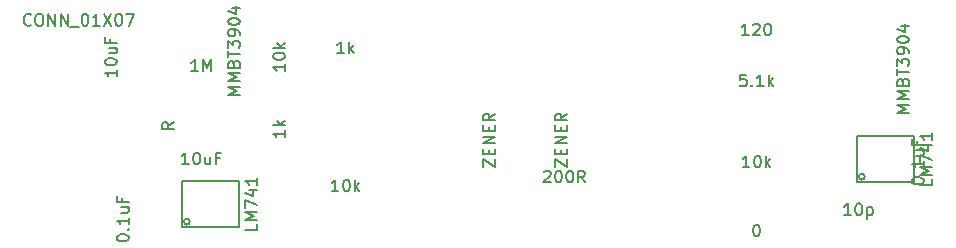
<source format=gbr>
G04 #@! TF.FileFunction,Other,Fab,Top*
%FSLAX46Y46*%
G04 Gerber Fmt 4.6, Leading zero omitted, Abs format (unit mm)*
G04 Created by KiCad (PCBNEW 4.0.4+dfsg1-stable) date Fri Jan 20 23:08:29 2017*
%MOMM*%
%LPD*%
G01*
G04 APERTURE LIST*
%ADD10C,0.100000*%
%ADD11C,0.150000*%
G04 APERTURE END LIST*
D10*
D11*
X53368000Y-49760000D02*
G75*
G03X53368000Y-49760000I-250000J0D01*
G01*
X52668000Y-50210000D02*
X57568000Y-50210000D01*
X52668000Y-46310000D02*
X52668000Y-50210000D01*
X57568000Y-46310000D02*
X52668000Y-46310000D01*
X57568000Y-50210000D02*
X57568000Y-46310000D01*
X110518000Y-45950000D02*
G75*
G03X110518000Y-45950000I-250000J0D01*
G01*
X109818000Y-46400000D02*
X114718000Y-46400000D01*
X109818000Y-42500000D02*
X109818000Y-46400000D01*
X114718000Y-42500000D02*
X109818000Y-42500000D01*
X114718000Y-46400000D02*
X114718000Y-42500000D01*
X57616381Y-38996476D02*
X56616381Y-38996476D01*
X57330667Y-38663142D01*
X56616381Y-38329809D01*
X57616381Y-38329809D01*
X57616381Y-37853619D02*
X56616381Y-37853619D01*
X57330667Y-37520285D01*
X56616381Y-37186952D01*
X57616381Y-37186952D01*
X57092571Y-36377428D02*
X57140190Y-36234571D01*
X57187810Y-36186952D01*
X57283048Y-36139333D01*
X57425905Y-36139333D01*
X57521143Y-36186952D01*
X57568762Y-36234571D01*
X57616381Y-36329809D01*
X57616381Y-36710762D01*
X56616381Y-36710762D01*
X56616381Y-36377428D01*
X56664000Y-36282190D01*
X56711619Y-36234571D01*
X56806857Y-36186952D01*
X56902095Y-36186952D01*
X56997333Y-36234571D01*
X57044952Y-36282190D01*
X57092571Y-36377428D01*
X57092571Y-36710762D01*
X56616381Y-35853619D02*
X56616381Y-35282190D01*
X57616381Y-35567905D02*
X56616381Y-35567905D01*
X56616381Y-35044095D02*
X56616381Y-34425047D01*
X56997333Y-34758381D01*
X56997333Y-34615523D01*
X57044952Y-34520285D01*
X57092571Y-34472666D01*
X57187810Y-34425047D01*
X57425905Y-34425047D01*
X57521143Y-34472666D01*
X57568762Y-34520285D01*
X57616381Y-34615523D01*
X57616381Y-34901238D01*
X57568762Y-34996476D01*
X57521143Y-35044095D01*
X57616381Y-33948857D02*
X57616381Y-33758381D01*
X57568762Y-33663142D01*
X57521143Y-33615523D01*
X57378286Y-33520285D01*
X57187810Y-33472666D01*
X56806857Y-33472666D01*
X56711619Y-33520285D01*
X56664000Y-33567904D01*
X56616381Y-33663142D01*
X56616381Y-33853619D01*
X56664000Y-33948857D01*
X56711619Y-33996476D01*
X56806857Y-34044095D01*
X57044952Y-34044095D01*
X57140190Y-33996476D01*
X57187810Y-33948857D01*
X57235429Y-33853619D01*
X57235429Y-33663142D01*
X57187810Y-33567904D01*
X57140190Y-33520285D01*
X57044952Y-33472666D01*
X56616381Y-32853619D02*
X56616381Y-32758380D01*
X56664000Y-32663142D01*
X56711619Y-32615523D01*
X56806857Y-32567904D01*
X56997333Y-32520285D01*
X57235429Y-32520285D01*
X57425905Y-32567904D01*
X57521143Y-32615523D01*
X57568762Y-32663142D01*
X57616381Y-32758380D01*
X57616381Y-32853619D01*
X57568762Y-32948857D01*
X57521143Y-32996476D01*
X57425905Y-33044095D01*
X57235429Y-33091714D01*
X56997333Y-33091714D01*
X56806857Y-33044095D01*
X56711619Y-32996476D01*
X56664000Y-32948857D01*
X56616381Y-32853619D01*
X56949714Y-31663142D02*
X57616381Y-31663142D01*
X56568762Y-31901238D02*
X57283048Y-32139333D01*
X57283048Y-31520285D01*
X53284572Y-44916381D02*
X52713143Y-44916381D01*
X52998857Y-44916381D02*
X52998857Y-43916381D01*
X52903619Y-44059238D01*
X52808381Y-44154476D01*
X52713143Y-44202095D01*
X53903619Y-43916381D02*
X53998858Y-43916381D01*
X54094096Y-43964000D01*
X54141715Y-44011619D01*
X54189334Y-44106857D01*
X54236953Y-44297333D01*
X54236953Y-44535429D01*
X54189334Y-44725905D01*
X54141715Y-44821143D01*
X54094096Y-44868762D01*
X53998858Y-44916381D01*
X53903619Y-44916381D01*
X53808381Y-44868762D01*
X53760762Y-44821143D01*
X53713143Y-44725905D01*
X53665524Y-44535429D01*
X53665524Y-44297333D01*
X53713143Y-44106857D01*
X53760762Y-44011619D01*
X53808381Y-43964000D01*
X53903619Y-43916381D01*
X55094096Y-44249714D02*
X55094096Y-44916381D01*
X54665524Y-44249714D02*
X54665524Y-44773524D01*
X54713143Y-44868762D01*
X54808381Y-44916381D01*
X54951239Y-44916381D01*
X55046477Y-44868762D01*
X55094096Y-44821143D01*
X55903620Y-44392571D02*
X55570286Y-44392571D01*
X55570286Y-44916381D02*
X55570286Y-43916381D01*
X56046477Y-43916381D01*
X109339143Y-49206381D02*
X108767714Y-49206381D01*
X109053428Y-49206381D02*
X109053428Y-48206381D01*
X108958190Y-48349238D01*
X108862952Y-48444476D01*
X108767714Y-48492095D01*
X109958190Y-48206381D02*
X110053429Y-48206381D01*
X110148667Y-48254000D01*
X110196286Y-48301619D01*
X110243905Y-48396857D01*
X110291524Y-48587333D01*
X110291524Y-48825429D01*
X110243905Y-49015905D01*
X110196286Y-49111143D01*
X110148667Y-49158762D01*
X110053429Y-49206381D01*
X109958190Y-49206381D01*
X109862952Y-49158762D01*
X109815333Y-49111143D01*
X109767714Y-49015905D01*
X109720095Y-48825429D01*
X109720095Y-48587333D01*
X109767714Y-48396857D01*
X109815333Y-48301619D01*
X109862952Y-48254000D01*
X109958190Y-48206381D01*
X110720095Y-48539714D02*
X110720095Y-49539714D01*
X110720095Y-48587333D02*
X110815333Y-48539714D01*
X111005810Y-48539714D01*
X111101048Y-48587333D01*
X111148667Y-48634952D01*
X111196286Y-48730190D01*
X111196286Y-49015905D01*
X111148667Y-49111143D01*
X111101048Y-49158762D01*
X111005810Y-49206381D01*
X110815333Y-49206381D01*
X110720095Y-49158762D01*
X47174381Y-36885428D02*
X47174381Y-37456857D01*
X47174381Y-37171143D02*
X46174381Y-37171143D01*
X46317238Y-37266381D01*
X46412476Y-37361619D01*
X46460095Y-37456857D01*
X46174381Y-36266381D02*
X46174381Y-36171142D01*
X46222000Y-36075904D01*
X46269619Y-36028285D01*
X46364857Y-35980666D01*
X46555333Y-35933047D01*
X46793429Y-35933047D01*
X46983905Y-35980666D01*
X47079143Y-36028285D01*
X47126762Y-36075904D01*
X47174381Y-36171142D01*
X47174381Y-36266381D01*
X47126762Y-36361619D01*
X47079143Y-36409238D01*
X46983905Y-36456857D01*
X46793429Y-36504476D01*
X46555333Y-36504476D01*
X46364857Y-36456857D01*
X46269619Y-36409238D01*
X46222000Y-36361619D01*
X46174381Y-36266381D01*
X46507714Y-35075904D02*
X47174381Y-35075904D01*
X46507714Y-35504476D02*
X47031524Y-35504476D01*
X47126762Y-35456857D01*
X47174381Y-35361619D01*
X47174381Y-35218761D01*
X47126762Y-35123523D01*
X47079143Y-35075904D01*
X46650571Y-34266380D02*
X46650571Y-34599714D01*
X47174381Y-34599714D02*
X46174381Y-34599714D01*
X46174381Y-34123523D01*
X47190381Y-51172857D02*
X47190381Y-51077618D01*
X47238000Y-50982380D01*
X47285619Y-50934761D01*
X47380857Y-50887142D01*
X47571333Y-50839523D01*
X47809429Y-50839523D01*
X47999905Y-50887142D01*
X48095143Y-50934761D01*
X48142762Y-50982380D01*
X48190381Y-51077618D01*
X48190381Y-51172857D01*
X48142762Y-51268095D01*
X48095143Y-51315714D01*
X47999905Y-51363333D01*
X47809429Y-51410952D01*
X47571333Y-51410952D01*
X47380857Y-51363333D01*
X47285619Y-51315714D01*
X47238000Y-51268095D01*
X47190381Y-51172857D01*
X48095143Y-50410952D02*
X48142762Y-50363333D01*
X48190381Y-50410952D01*
X48142762Y-50458571D01*
X48095143Y-50410952D01*
X48190381Y-50410952D01*
X48190381Y-49410952D02*
X48190381Y-49982381D01*
X48190381Y-49696667D02*
X47190381Y-49696667D01*
X47333238Y-49791905D01*
X47428476Y-49887143D01*
X47476095Y-49982381D01*
X47523714Y-48553809D02*
X48190381Y-48553809D01*
X47523714Y-48982381D02*
X48047524Y-48982381D01*
X48142762Y-48934762D01*
X48190381Y-48839524D01*
X48190381Y-48696666D01*
X48142762Y-48601428D01*
X48095143Y-48553809D01*
X47666571Y-47744285D02*
X47666571Y-48077619D01*
X48190381Y-48077619D02*
X47190381Y-48077619D01*
X47190381Y-47601428D01*
X114500381Y-46346857D02*
X114500381Y-46251618D01*
X114548000Y-46156380D01*
X114595619Y-46108761D01*
X114690857Y-46061142D01*
X114881333Y-46013523D01*
X115119429Y-46013523D01*
X115309905Y-46061142D01*
X115405143Y-46108761D01*
X115452762Y-46156380D01*
X115500381Y-46251618D01*
X115500381Y-46346857D01*
X115452762Y-46442095D01*
X115405143Y-46489714D01*
X115309905Y-46537333D01*
X115119429Y-46584952D01*
X114881333Y-46584952D01*
X114690857Y-46537333D01*
X114595619Y-46489714D01*
X114548000Y-46442095D01*
X114500381Y-46346857D01*
X115405143Y-45584952D02*
X115452762Y-45537333D01*
X115500381Y-45584952D01*
X115452762Y-45632571D01*
X115405143Y-45584952D01*
X115500381Y-45584952D01*
X115500381Y-44584952D02*
X115500381Y-45156381D01*
X115500381Y-44870667D02*
X114500381Y-44870667D01*
X114643238Y-44965905D01*
X114738476Y-45061143D01*
X114786095Y-45156381D01*
X114833714Y-43727809D02*
X115500381Y-43727809D01*
X114833714Y-44156381D02*
X115357524Y-44156381D01*
X115452762Y-44108762D01*
X115500381Y-44013524D01*
X115500381Y-43870666D01*
X115452762Y-43775428D01*
X115405143Y-43727809D01*
X114976571Y-42918285D02*
X114976571Y-43251619D01*
X115500381Y-43251619D02*
X114500381Y-43251619D01*
X114500381Y-42775428D01*
X78189841Y-45091385D02*
X78189841Y-44424718D01*
X79189841Y-45091385D01*
X79189841Y-44424718D01*
X78666031Y-44043766D02*
X78666031Y-43710432D01*
X79189841Y-43567575D02*
X79189841Y-44043766D01*
X78189841Y-44043766D01*
X78189841Y-43567575D01*
X79189841Y-43139004D02*
X78189841Y-43139004D01*
X79189841Y-42567575D01*
X78189841Y-42567575D01*
X78666031Y-42091385D02*
X78666031Y-41758051D01*
X79189841Y-41615194D02*
X79189841Y-42091385D01*
X78189841Y-42091385D01*
X78189841Y-41615194D01*
X79189841Y-40615194D02*
X78713650Y-40948528D01*
X79189841Y-41186623D02*
X78189841Y-41186623D01*
X78189841Y-40805670D01*
X78237460Y-40710432D01*
X78285079Y-40662813D01*
X78380317Y-40615194D01*
X78523174Y-40615194D01*
X78618412Y-40662813D01*
X78666031Y-40710432D01*
X78713650Y-40805670D01*
X78713650Y-41186623D01*
X84285841Y-45091385D02*
X84285841Y-44424718D01*
X85285841Y-45091385D01*
X85285841Y-44424718D01*
X84762031Y-44043766D02*
X84762031Y-43710432D01*
X85285841Y-43567575D02*
X85285841Y-44043766D01*
X84285841Y-44043766D01*
X84285841Y-43567575D01*
X85285841Y-43139004D02*
X84285841Y-43139004D01*
X85285841Y-42567575D01*
X84285841Y-42567575D01*
X84762031Y-42091385D02*
X84762031Y-41758051D01*
X85285841Y-41615194D02*
X85285841Y-42091385D01*
X84285841Y-42091385D01*
X84285841Y-41615194D01*
X85285841Y-40615194D02*
X84809650Y-40948528D01*
X85285841Y-41186623D02*
X84285841Y-41186623D01*
X84285841Y-40805670D01*
X84333460Y-40710432D01*
X84381079Y-40662813D01*
X84476317Y-40615194D01*
X84619174Y-40615194D01*
X84714412Y-40662813D01*
X84762031Y-40710432D01*
X84809650Y-40805670D01*
X84809650Y-41186623D01*
X83351905Y-45521619D02*
X83399524Y-45474000D01*
X83494762Y-45426381D01*
X83732858Y-45426381D01*
X83828096Y-45474000D01*
X83875715Y-45521619D01*
X83923334Y-45616857D01*
X83923334Y-45712095D01*
X83875715Y-45854952D01*
X83304286Y-46426381D01*
X83923334Y-46426381D01*
X84542381Y-45426381D02*
X84637620Y-45426381D01*
X84732858Y-45474000D01*
X84780477Y-45521619D01*
X84828096Y-45616857D01*
X84875715Y-45807333D01*
X84875715Y-46045429D01*
X84828096Y-46235905D01*
X84780477Y-46331143D01*
X84732858Y-46378762D01*
X84637620Y-46426381D01*
X84542381Y-46426381D01*
X84447143Y-46378762D01*
X84399524Y-46331143D01*
X84351905Y-46235905D01*
X84304286Y-46045429D01*
X84304286Y-45807333D01*
X84351905Y-45616857D01*
X84399524Y-45521619D01*
X84447143Y-45474000D01*
X84542381Y-45426381D01*
X85494762Y-45426381D02*
X85590001Y-45426381D01*
X85685239Y-45474000D01*
X85732858Y-45521619D01*
X85780477Y-45616857D01*
X85828096Y-45807333D01*
X85828096Y-46045429D01*
X85780477Y-46235905D01*
X85732858Y-46331143D01*
X85685239Y-46378762D01*
X85590001Y-46426381D01*
X85494762Y-46426381D01*
X85399524Y-46378762D01*
X85351905Y-46331143D01*
X85304286Y-46235905D01*
X85256667Y-46045429D01*
X85256667Y-45807333D01*
X85304286Y-45616857D01*
X85351905Y-45521619D01*
X85399524Y-45474000D01*
X85494762Y-45426381D01*
X86828096Y-46426381D02*
X86494762Y-45950190D01*
X86256667Y-46426381D02*
X86256667Y-45426381D01*
X86637620Y-45426381D01*
X86732858Y-45474000D01*
X86780477Y-45521619D01*
X86828096Y-45616857D01*
X86828096Y-45759714D01*
X86780477Y-45854952D01*
X86732858Y-45902571D01*
X86637620Y-45950190D01*
X86256667Y-45950190D01*
X54070286Y-37014381D02*
X53498857Y-37014381D01*
X53784571Y-37014381D02*
X53784571Y-36014381D01*
X53689333Y-36157238D01*
X53594095Y-36252476D01*
X53498857Y-36300095D01*
X54498857Y-37014381D02*
X54498857Y-36014381D01*
X54832191Y-36728667D01*
X55165524Y-36014381D01*
X55165524Y-37014381D01*
X61426381Y-36409238D02*
X61426381Y-36980667D01*
X61426381Y-36694953D02*
X60426381Y-36694953D01*
X60569238Y-36790191D01*
X60664476Y-36885429D01*
X60712095Y-36980667D01*
X60426381Y-35790191D02*
X60426381Y-35694952D01*
X60474000Y-35599714D01*
X60521619Y-35552095D01*
X60616857Y-35504476D01*
X60807333Y-35456857D01*
X61045429Y-35456857D01*
X61235905Y-35504476D01*
X61331143Y-35552095D01*
X61378762Y-35599714D01*
X61426381Y-35694952D01*
X61426381Y-35790191D01*
X61378762Y-35885429D01*
X61331143Y-35933048D01*
X61235905Y-35980667D01*
X61045429Y-36028286D01*
X60807333Y-36028286D01*
X60616857Y-35980667D01*
X60521619Y-35933048D01*
X60474000Y-35885429D01*
X60426381Y-35790191D01*
X61426381Y-35028286D02*
X60426381Y-35028286D01*
X61045429Y-34933048D02*
X61426381Y-34647333D01*
X60759714Y-34647333D02*
X61140667Y-35028286D01*
X59070381Y-49950476D02*
X59070381Y-50426667D01*
X58070381Y-50426667D01*
X59070381Y-49617143D02*
X58070381Y-49617143D01*
X58784667Y-49283809D01*
X58070381Y-48950476D01*
X59070381Y-48950476D01*
X58070381Y-48569524D02*
X58070381Y-47902857D01*
X59070381Y-48331429D01*
X58403714Y-47093333D02*
X59070381Y-47093333D01*
X58022762Y-47331429D02*
X58737048Y-47569524D01*
X58737048Y-46950476D01*
X59070381Y-46045714D02*
X59070381Y-46617143D01*
X59070381Y-46331429D02*
X58070381Y-46331429D01*
X58213238Y-46426667D01*
X58308476Y-46521905D01*
X58356095Y-46617143D01*
X116220381Y-46140476D02*
X116220381Y-46616667D01*
X115220381Y-46616667D01*
X116220381Y-45807143D02*
X115220381Y-45807143D01*
X115934667Y-45473809D01*
X115220381Y-45140476D01*
X116220381Y-45140476D01*
X115220381Y-44759524D02*
X115220381Y-44092857D01*
X116220381Y-44521429D01*
X115553714Y-43283333D02*
X116220381Y-43283333D01*
X115172762Y-43521429D02*
X115887048Y-43759524D01*
X115887048Y-43140476D01*
X116220381Y-42235714D02*
X116220381Y-42807143D01*
X116220381Y-42521429D02*
X115220381Y-42521429D01*
X115363238Y-42616667D01*
X115458476Y-42711905D01*
X115506095Y-42807143D01*
X39918191Y-33071143D02*
X39870572Y-33118762D01*
X39727715Y-33166381D01*
X39632477Y-33166381D01*
X39489619Y-33118762D01*
X39394381Y-33023524D01*
X39346762Y-32928286D01*
X39299143Y-32737810D01*
X39299143Y-32594952D01*
X39346762Y-32404476D01*
X39394381Y-32309238D01*
X39489619Y-32214000D01*
X39632477Y-32166381D01*
X39727715Y-32166381D01*
X39870572Y-32214000D01*
X39918191Y-32261619D01*
X40537238Y-32166381D02*
X40727715Y-32166381D01*
X40822953Y-32214000D01*
X40918191Y-32309238D01*
X40965810Y-32499714D01*
X40965810Y-32833048D01*
X40918191Y-33023524D01*
X40822953Y-33118762D01*
X40727715Y-33166381D01*
X40537238Y-33166381D01*
X40442000Y-33118762D01*
X40346762Y-33023524D01*
X40299143Y-32833048D01*
X40299143Y-32499714D01*
X40346762Y-32309238D01*
X40442000Y-32214000D01*
X40537238Y-32166381D01*
X41394381Y-33166381D02*
X41394381Y-32166381D01*
X41965810Y-33166381D01*
X41965810Y-32166381D01*
X42442000Y-33166381D02*
X42442000Y-32166381D01*
X43013429Y-33166381D01*
X43013429Y-32166381D01*
X43251524Y-33261619D02*
X44013429Y-33261619D01*
X44442000Y-32166381D02*
X44537239Y-32166381D01*
X44632477Y-32214000D01*
X44680096Y-32261619D01*
X44727715Y-32356857D01*
X44775334Y-32547333D01*
X44775334Y-32785429D01*
X44727715Y-32975905D01*
X44680096Y-33071143D01*
X44632477Y-33118762D01*
X44537239Y-33166381D01*
X44442000Y-33166381D01*
X44346762Y-33118762D01*
X44299143Y-33071143D01*
X44251524Y-32975905D01*
X44203905Y-32785429D01*
X44203905Y-32547333D01*
X44251524Y-32356857D01*
X44299143Y-32261619D01*
X44346762Y-32214000D01*
X44442000Y-32166381D01*
X45727715Y-33166381D02*
X45156286Y-33166381D01*
X45442000Y-33166381D02*
X45442000Y-32166381D01*
X45346762Y-32309238D01*
X45251524Y-32404476D01*
X45156286Y-32452095D01*
X46061048Y-32166381D02*
X46727715Y-33166381D01*
X46727715Y-32166381D02*
X46061048Y-33166381D01*
X47299143Y-32166381D02*
X47394382Y-32166381D01*
X47489620Y-32214000D01*
X47537239Y-32261619D01*
X47584858Y-32356857D01*
X47632477Y-32547333D01*
X47632477Y-32785429D01*
X47584858Y-32975905D01*
X47537239Y-33071143D01*
X47489620Y-33118762D01*
X47394382Y-33166381D01*
X47299143Y-33166381D01*
X47203905Y-33118762D01*
X47156286Y-33071143D01*
X47108667Y-32975905D01*
X47061048Y-32785429D01*
X47061048Y-32547333D01*
X47108667Y-32356857D01*
X47156286Y-32261619D01*
X47203905Y-32214000D01*
X47299143Y-32166381D01*
X47965810Y-32166381D02*
X48632477Y-32166381D01*
X48203905Y-33166381D01*
X114258381Y-40520476D02*
X113258381Y-40520476D01*
X113972667Y-40187142D01*
X113258381Y-39853809D01*
X114258381Y-39853809D01*
X114258381Y-39377619D02*
X113258381Y-39377619D01*
X113972667Y-39044285D01*
X113258381Y-38710952D01*
X114258381Y-38710952D01*
X113734571Y-37901428D02*
X113782190Y-37758571D01*
X113829810Y-37710952D01*
X113925048Y-37663333D01*
X114067905Y-37663333D01*
X114163143Y-37710952D01*
X114210762Y-37758571D01*
X114258381Y-37853809D01*
X114258381Y-38234762D01*
X113258381Y-38234762D01*
X113258381Y-37901428D01*
X113306000Y-37806190D01*
X113353619Y-37758571D01*
X113448857Y-37710952D01*
X113544095Y-37710952D01*
X113639333Y-37758571D01*
X113686952Y-37806190D01*
X113734571Y-37901428D01*
X113734571Y-38234762D01*
X113258381Y-37377619D02*
X113258381Y-36806190D01*
X114258381Y-37091905D02*
X113258381Y-37091905D01*
X113258381Y-36568095D02*
X113258381Y-35949047D01*
X113639333Y-36282381D01*
X113639333Y-36139523D01*
X113686952Y-36044285D01*
X113734571Y-35996666D01*
X113829810Y-35949047D01*
X114067905Y-35949047D01*
X114163143Y-35996666D01*
X114210762Y-36044285D01*
X114258381Y-36139523D01*
X114258381Y-36425238D01*
X114210762Y-36520476D01*
X114163143Y-36568095D01*
X114258381Y-35472857D02*
X114258381Y-35282381D01*
X114210762Y-35187142D01*
X114163143Y-35139523D01*
X114020286Y-35044285D01*
X113829810Y-34996666D01*
X113448857Y-34996666D01*
X113353619Y-35044285D01*
X113306000Y-35091904D01*
X113258381Y-35187142D01*
X113258381Y-35377619D01*
X113306000Y-35472857D01*
X113353619Y-35520476D01*
X113448857Y-35568095D01*
X113686952Y-35568095D01*
X113782190Y-35520476D01*
X113829810Y-35472857D01*
X113877429Y-35377619D01*
X113877429Y-35187142D01*
X113829810Y-35091904D01*
X113782190Y-35044285D01*
X113686952Y-34996666D01*
X113258381Y-34377619D02*
X113258381Y-34282380D01*
X113306000Y-34187142D01*
X113353619Y-34139523D01*
X113448857Y-34091904D01*
X113639333Y-34044285D01*
X113877429Y-34044285D01*
X114067905Y-34091904D01*
X114163143Y-34139523D01*
X114210762Y-34187142D01*
X114258381Y-34282380D01*
X114258381Y-34377619D01*
X114210762Y-34472857D01*
X114163143Y-34520476D01*
X114067905Y-34568095D01*
X113877429Y-34615714D01*
X113639333Y-34615714D01*
X113448857Y-34568095D01*
X113353619Y-34520476D01*
X113306000Y-34472857D01*
X113258381Y-34377619D01*
X113591714Y-33187142D02*
X114258381Y-33187142D01*
X113210762Y-33425238D02*
X113925048Y-33663333D01*
X113925048Y-33044285D01*
X61412381Y-42029047D02*
X61412381Y-42600476D01*
X61412381Y-42314762D02*
X60412381Y-42314762D01*
X60555238Y-42410000D01*
X60650476Y-42505238D01*
X60698095Y-42600476D01*
X61412381Y-41600476D02*
X60412381Y-41600476D01*
X61031429Y-41505238D02*
X61412381Y-41219523D01*
X60745714Y-41219523D02*
X61126667Y-41600476D01*
X66428953Y-35504381D02*
X65857524Y-35504381D01*
X66143238Y-35504381D02*
X66143238Y-34504381D01*
X66048000Y-34647238D01*
X65952762Y-34742476D01*
X65857524Y-34790095D01*
X66857524Y-35504381D02*
X66857524Y-34504381D01*
X66952762Y-35123429D02*
X67238477Y-35504381D01*
X67238477Y-34837714D02*
X66857524Y-35218667D01*
X65952762Y-47188381D02*
X65381333Y-47188381D01*
X65667047Y-47188381D02*
X65667047Y-46188381D01*
X65571809Y-46331238D01*
X65476571Y-46426476D01*
X65381333Y-46474095D01*
X66571809Y-46188381D02*
X66667048Y-46188381D01*
X66762286Y-46236000D01*
X66809905Y-46283619D01*
X66857524Y-46378857D01*
X66905143Y-46569333D01*
X66905143Y-46807429D01*
X66857524Y-46997905D01*
X66809905Y-47093143D01*
X66762286Y-47140762D01*
X66667048Y-47188381D01*
X66571809Y-47188381D01*
X66476571Y-47140762D01*
X66428952Y-47093143D01*
X66381333Y-46997905D01*
X66333714Y-46807429D01*
X66333714Y-46569333D01*
X66381333Y-46378857D01*
X66428952Y-46283619D01*
X66476571Y-46236000D01*
X66571809Y-46188381D01*
X67333714Y-47188381D02*
X67333714Y-46188381D01*
X67428952Y-46807429D02*
X67714667Y-47188381D01*
X67714667Y-46521714D02*
X67333714Y-46902667D01*
X100679334Y-33980381D02*
X100107905Y-33980381D01*
X100393619Y-33980381D02*
X100393619Y-32980381D01*
X100298381Y-33123238D01*
X100203143Y-33218476D01*
X100107905Y-33266095D01*
X101060286Y-33075619D02*
X101107905Y-33028000D01*
X101203143Y-32980381D01*
X101441239Y-32980381D01*
X101536477Y-33028000D01*
X101584096Y-33075619D01*
X101631715Y-33170857D01*
X101631715Y-33266095D01*
X101584096Y-33408952D01*
X101012667Y-33980381D01*
X101631715Y-33980381D01*
X102250762Y-32980381D02*
X102346001Y-32980381D01*
X102441239Y-33028000D01*
X102488858Y-33075619D01*
X102536477Y-33170857D01*
X102584096Y-33361333D01*
X102584096Y-33599429D01*
X102536477Y-33789905D01*
X102488858Y-33885143D01*
X102441239Y-33932762D01*
X102346001Y-33980381D01*
X102250762Y-33980381D01*
X102155524Y-33932762D01*
X102107905Y-33885143D01*
X102060286Y-33789905D01*
X102012667Y-33599429D01*
X102012667Y-33361333D01*
X102060286Y-33170857D01*
X102107905Y-33075619D01*
X102155524Y-33028000D01*
X102250762Y-32980381D01*
X100465048Y-37298381D02*
X99988857Y-37298381D01*
X99941238Y-37774571D01*
X99988857Y-37726952D01*
X100084095Y-37679333D01*
X100322191Y-37679333D01*
X100417429Y-37726952D01*
X100465048Y-37774571D01*
X100512667Y-37869810D01*
X100512667Y-38107905D01*
X100465048Y-38203143D01*
X100417429Y-38250762D01*
X100322191Y-38298381D01*
X100084095Y-38298381D01*
X99988857Y-38250762D01*
X99941238Y-38203143D01*
X100941238Y-38203143D02*
X100988857Y-38250762D01*
X100941238Y-38298381D01*
X100893619Y-38250762D01*
X100941238Y-38203143D01*
X100941238Y-38298381D01*
X101941238Y-38298381D02*
X101369809Y-38298381D01*
X101655523Y-38298381D02*
X101655523Y-37298381D01*
X101560285Y-37441238D01*
X101465047Y-37536476D01*
X101369809Y-37584095D01*
X102369809Y-38298381D02*
X102369809Y-37298381D01*
X102465047Y-37917429D02*
X102750762Y-38298381D01*
X102750762Y-37631714D02*
X102369809Y-38012667D01*
X100750762Y-45156381D02*
X100179333Y-45156381D01*
X100465047Y-45156381D02*
X100465047Y-44156381D01*
X100369809Y-44299238D01*
X100274571Y-44394476D01*
X100179333Y-44442095D01*
X101369809Y-44156381D02*
X101465048Y-44156381D01*
X101560286Y-44204000D01*
X101607905Y-44251619D01*
X101655524Y-44346857D01*
X101703143Y-44537333D01*
X101703143Y-44775429D01*
X101655524Y-44965905D01*
X101607905Y-45061143D01*
X101560286Y-45108762D01*
X101465048Y-45156381D01*
X101369809Y-45156381D01*
X101274571Y-45108762D01*
X101226952Y-45061143D01*
X101179333Y-44965905D01*
X101131714Y-44775429D01*
X101131714Y-44537333D01*
X101179333Y-44346857D01*
X101226952Y-44251619D01*
X101274571Y-44204000D01*
X101369809Y-44156381D01*
X102131714Y-45156381D02*
X102131714Y-44156381D01*
X102226952Y-44775429D02*
X102512667Y-45156381D01*
X102512667Y-44489714D02*
X102131714Y-44870667D01*
X101298381Y-49998381D02*
X101393620Y-49998381D01*
X101488858Y-50046000D01*
X101536477Y-50093619D01*
X101584096Y-50188857D01*
X101631715Y-50379333D01*
X101631715Y-50617429D01*
X101584096Y-50807905D01*
X101536477Y-50903143D01*
X101488858Y-50950762D01*
X101393620Y-50998381D01*
X101298381Y-50998381D01*
X101203143Y-50950762D01*
X101155524Y-50903143D01*
X101107905Y-50807905D01*
X101060286Y-50617429D01*
X101060286Y-50379333D01*
X101107905Y-50188857D01*
X101155524Y-50093619D01*
X101203143Y-50046000D01*
X101298381Y-49998381D01*
X52028381Y-41346476D02*
X51552190Y-41679810D01*
X52028381Y-41917905D02*
X51028381Y-41917905D01*
X51028381Y-41536952D01*
X51076000Y-41441714D01*
X51123619Y-41394095D01*
X51218857Y-41346476D01*
X51361714Y-41346476D01*
X51456952Y-41394095D01*
X51504571Y-41441714D01*
X51552190Y-41536952D01*
X51552190Y-41917905D01*
M02*

</source>
